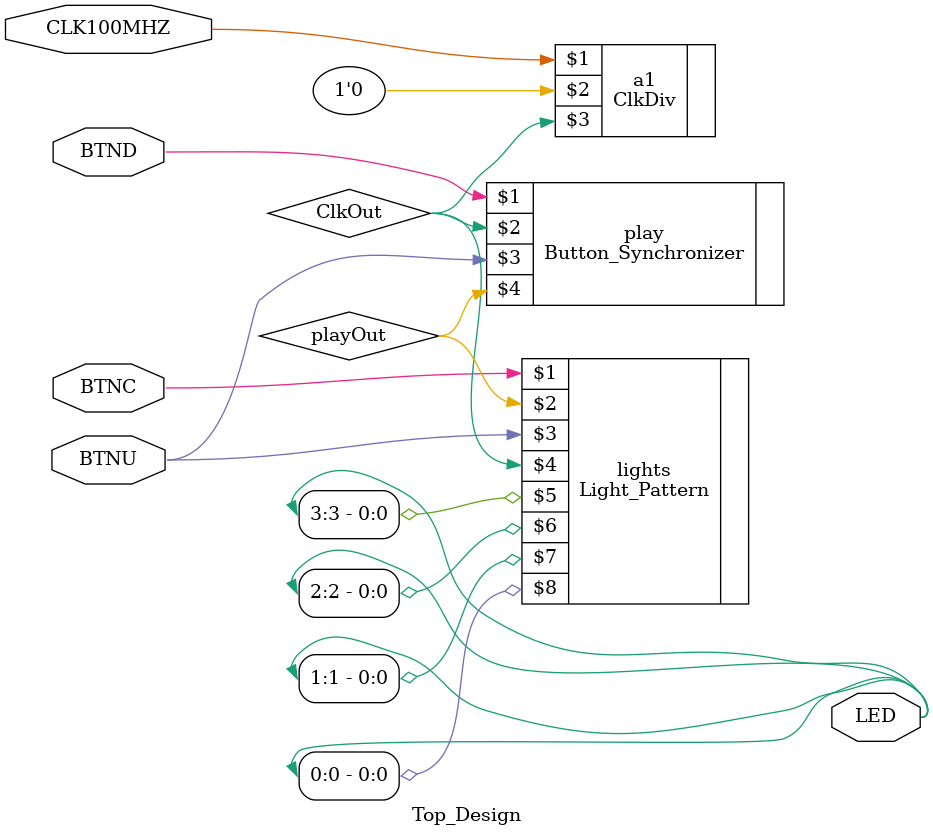
<source format=v>
`timescale 1ns / 1ps

module Top_Design(CLK100MHZ, BTNU, BTNC, BTND, LED);
    input CLK100MHZ, BTNU, BTNC, BTND;
    output [3:0] LED;
        
    // The code below is to instantiate the ClkDiv module that
	//you can use for this part	
    wire ClkOut;
	ClkDiv a1(CLK100MHZ, 1'b0, ClkOut); // uncommented ClkDiv
    
    //see figure 2 in the lab handout and add your code below to 
	//a) instantiate the Button synchronizer and make connections
	wire startOut, playOut;
	Button_Synchronizer play(BTND , ClkOut, BTNU, playOut);
	//Button_Synchronizer start(BTNC, CLK100MHZ, BTNU, startOut);
	//b) instantiate the light pattern generator and make connections.
	Light_Pattern lights (BTNC, playOut, BTNU, ClkOut, LED[3], LED[2], LED[1], LED[0]);		


endmodule

</source>
